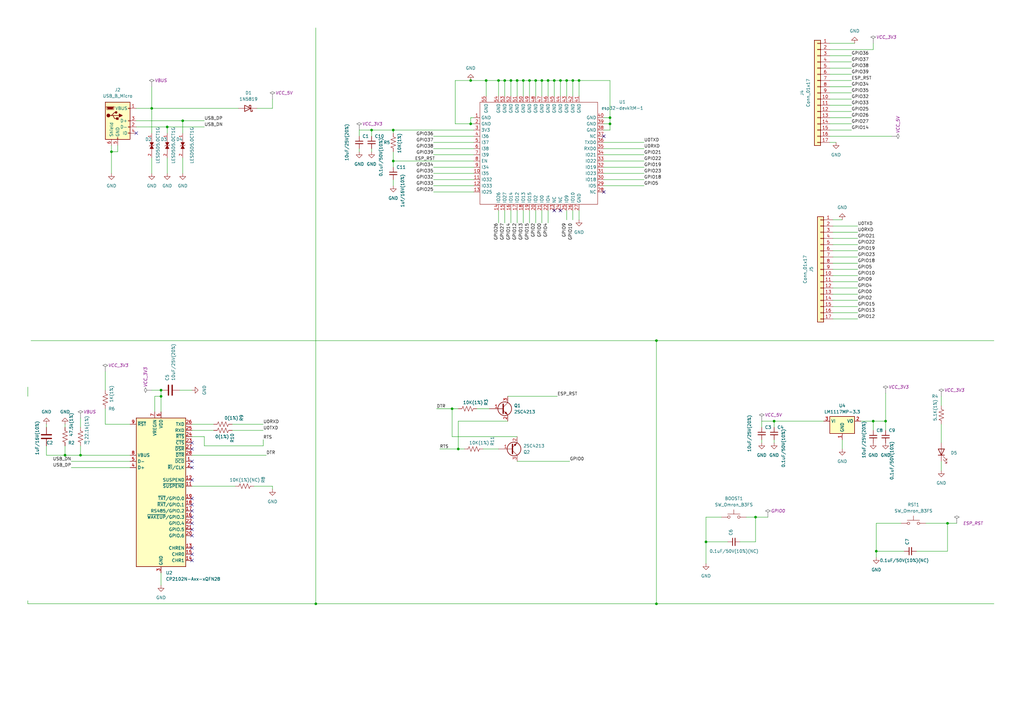
<source format=kicad_sch>
(kicad_sch (version 20230121) (generator eeschema)
  (paper "A3")
  (lib_symbols
    (symbol "Connector:USB_B_Micro" (pin_names (offset 1.016))
      (property "Reference" "J" (at -5.08 11.43 0))
      (property "Value" "USB_B_Micro" (at -5.08 8.89 0))
      (symbol "USB_B_Micro_0_1"
        (rectangle (start -5.08 -7.62) (end 5.08 7.62) (stroke (width 0.254)) (fill (type background)))
        (circle (center -3.81 2.159) (radius 0.635) (stroke (width 0.254)) (fill (type outline)))
        (circle (center -0.635 3.429) (radius 0.381) (stroke (width 0.254)) (fill (type outline)))
        (rectangle (start -0.127 -7.62) (end 0.127 -6.858))
        (polyline (pts (xy -1.905 2.159) (xy 0.635 2.159)) (stroke (width 0.254)))
        (polyline (pts (xy -3.175 2.159) (xy -2.54 2.159) (xy -1.27 3.429) (xy -0.635 3.429)) (stroke (width 0.254)))
        (polyline (pts (xy -2.54 2.159) (xy -1.905 2.159) (xy -1.27 0.889) (xy 0 0.889)) (stroke (width 0.254)))
        (polyline (pts (xy 0.635 2.794) (xy 0.635 1.524) (xy 1.905 2.159) (xy 0.635 2.794)) (stroke (width 0.254)) (fill (type outline)))
        (polyline (pts (xy -4.318 5.588) (xy -1.778 5.588) (xy -2.032 4.826) (xy -4.064 4.826) (xy -4.318 5.588)) (fill (type outline)))
        (polyline (pts (xy -4.699 5.842) (xy -4.699 5.588) (xy -4.445 4.826) (xy -4.445 4.572) (xy -1.651 4.572) (xy -1.651 4.826) (xy -1.397 5.588) (xy -1.397 5.842) (xy -4.699 5.842)))
        (rectangle (start 0.254 1.27) (end -0.508 0.508) (stroke (width 0.254)) (fill (type outline)))
        (rectangle (start 5.08 -5.207) (end 4.318 -4.953))
        (rectangle (start 5.08 -2.667) (end 4.318 -2.413))
        (rectangle (start 5.08 -0.127) (end 4.318 0.127))
        (rectangle (start 5.08 4.953) (end 4.318 5.207))
      )
      (symbol "USB_B_Micro_1_1"
        (pin power_out line (at 7.62 5.08 180) (length 2.54) (name "VBUS") (number "1"))
        (pin bidirectional line (at 7.62 -2.54 180) (length 2.54) (name "D-") (number "2"))
        (pin bidirectional line (at 7.62 0 180) (length 2.54) (name "D+") (number "3"))
        (pin passive line (at 7.62 -5.08 180) (length 2.54) (name "ID") (number "4"))
        (pin power_out line (at 0 -10.16 90) (length 2.54) (name "GND") (number "5"))
        (pin passive line (at -2.54 -10.16 90) (length 2.54) (name "Shield") (number "6"))
      )
    )
    (symbol "Connector_Generic:Conn_01x17" (pin_names (offset 1.016) hide)
      (property "Reference" "J" (at 0 22.86 0))
      (property "Value" "Conn_01x17" (at 0 -22.86 0))
      (symbol "Conn_01x17_1_1"
        (rectangle (start -1.27 -20.193) (end 0 -20.447) (stroke (width 0.1524)))
        (rectangle (start -1.27 -17.653) (end 0 -17.907) (stroke (width 0.1524)))
        (rectangle (start -1.27 -15.113) (end 0 -15.367) (stroke (width 0.1524)))
        (rectangle (start -1.27 -12.573) (end 0 -12.827) (stroke (width 0.1524)))
        (rectangle (start -1.27 -10.033) (end 0 -10.287) (stroke (width 0.1524)))
        (rectangle (start -1.27 -7.493) (end 0 -7.747) (stroke (width 0.1524)))
        (rectangle (start -1.27 -4.953) (end 0 -5.207) (stroke (width 0.1524)))
        (rectangle (start -1.27 -2.413) (end 0 -2.667) (stroke (width 0.1524)))
        (rectangle (start -1.27 0.127) (end 0 -0.127) (stroke (width 0.1524)))
        (rectangle (start -1.27 2.667) (end 0 2.413) (stroke (width 0.1524)))
        (rectangle (start -1.27 5.207) (end 0 4.953) (stroke (width 0.1524)))
        (rectangle (start -1.27 7.747) (end 0 7.493) (stroke (width 0.1524)))
        (rectangle (start -1.27 10.287) (end 0 10.033) (stroke (width 0.1524)))
        (rectangle (start -1.27 12.827) (end 0 12.573) (stroke (width 0.1524)))
        (rectangle (start -1.27 15.367) (end 0 15.113) (stroke (width 0.1524)))
        (rectangle (start -1.27 17.907) (end 0 17.653) (stroke (width 0.1524)))
        (rectangle (start -1.27 20.447) (end 0 20.193) (stroke (width 0.1524)))
        (rectangle (start -1.27 21.59) (end 1.27 -21.59) (stroke (width 0.254)) (fill (type background)))
        (pin passive line (at -5.08 20.32 0) (length 3.81) (name "Pin_1") (number "1"))
        (pin passive line (at -5.08 -2.54 0) (length 3.81) (name "Pin_10") (number "10"))
        (pin passive line (at -5.08 -5.08 0) (length 3.81) (name "Pin_11") (number "11"))
        (pin passive line (at -5.08 -7.62 0) (length 3.81) (name "Pin_12") (number "12"))
        (pin passive line (at -5.08 -10.16 0) (length 3.81) (name "Pin_13") (number "13"))
        (pin passive line (at -5.08 -12.7 0) (length 3.81) (name "Pin_14") (number "14"))
        (pin passive line (at -5.08 -15.24 0) (length 3.81) (name "Pin_15") (number "15"))
        (pin passive line (at -5.08 -17.78 0) (length 3.81) (name "Pin_16") (number "16"))
        (pin passive line (at -5.08 -20.32 0) (length 3.81) (name "Pin_17") (number "17"))
        (pin passive line (at -5.08 17.78 0) (length 3.81) (name "Pin_2") (number "2"))
        (pin passive line (at -5.08 15.24 0) (length 3.81) (name "Pin_3") (number "3"))
        (pin passive line (at -5.08 12.7 0) (length 3.81) (name "Pin_4") (number "4"))
        (pin passive line (at -5.08 10.16 0) (length 3.81) (name "Pin_5") (number "5"))
        (pin passive line (at -5.08 7.62 0) (length 3.81) (name "Pin_6") (number "6"))
        (pin passive line (at -5.08 5.08 0) (length 3.81) (name "Pin_7") (number "7"))
        (pin passive line (at -5.08 2.54 0) (length 3.81) (name "Pin_8") (number "8"))
        (pin passive line (at -5.08 0 0) (length 3.81) (name "Pin_9") (number "9"))
      )
    )
    (symbol "Device:C" (pin_numbers hide) (pin_names (offset 0.254))
      (property "Reference" "C" (at 0.635 2.54 0))
      (property "Value" "C" (at 0.635 -2.54 0))
      (symbol "C_0_1"
        (polyline (pts (xy -2.032 -0.762) (xy 2.032 -0.762)) (stroke (width 0.508)))
        (polyline (pts (xy -2.032 0.762) (xy 2.032 0.762)) (stroke (width 0.508)))
      )
      (symbol "C_1_1"
        (pin passive line (at 0 3.81 270) (length 2.794) (name "~") (number "1"))
        (pin passive line (at 0 -3.81 90) (length 2.794) (name "~") (number "2"))
      )
    )
    (symbol "Device:C_Small" (pin_numbers hide) (pin_names (offset 0.254) hide)
      (property "Reference" "C" (at 0.254 1.778 0))
      (property "Value" "C_Small" (at 0.254 -2.032 0))
      (symbol "C_Small_0_1"
        (polyline (pts (xy -1.524 -0.508) (xy 1.524 -0.508)) (stroke (width 0.3302)))
        (polyline (pts (xy -1.524 0.508) (xy 1.524 0.508)) (stroke (width 0.3048)))
      )
      (symbol "C_Small_1_1"
        (pin passive line (at 0 2.54 270) (length 2.032) (name "~") (number "1"))
        (pin passive line (at 0 -2.54 90) (length 2.032) (name "~") (number "2"))
      )
    )
    (symbol "Device:LED" (pin_numbers hide) (pin_names (offset 1.016) hide)
      (property "Reference" "D" (at 0 2.54 0))
      (property "Value" "LED" (at 0 -2.54 0))
      (symbol "LED_0_1"
        (polyline (pts (xy -1.27 -1.27) (xy -1.27 1.27)) (stroke (width 0.254)))
        (polyline (pts (xy -1.27 0) (xy 1.27 0)))
        (polyline (pts (xy 1.27 -1.27) (xy 1.27 1.27) (xy -1.27 0) (xy 1.27 -1.27)) (stroke (width 0.254)))
        (polyline (pts (xy -3.048 -0.762) (xy -4.572 -2.286) (xy -3.81 -2.286) (xy -4.572 -2.286) (xy -4.572 -1.524)))
        (polyline (pts (xy -1.778 -0.762) (xy -3.302 -2.286) (xy -2.54 -2.286) (xy -3.302 -2.286) (xy -3.302 -1.524)))
      )
      (symbol "LED_1_1"
        (pin passive line (at -3.81 0 0) (length 2.54) (name "K") (number "1"))
        (pin passive line (at 3.81 0 180) (length 2.54) (name "A") (number "2"))
      )
    )
    (symbol "Device:R_US" (pin_numbers hide) (pin_names (offset 0))
      (property "Reference" "R" (at 2.54 0 90))
      (property "Value" "R_US" (at -2.54 0 90))
      (symbol "R_US_0_1"
        (polyline (pts (xy 0 -2.286) (xy 0 -2.54)))
        (polyline (pts (xy 0 2.286) (xy 0 2.54)))
        (polyline (pts (xy 0 -0.762) (xy 1.016 -1.143) (xy 0 -1.524) (xy -1.016 -1.905) (xy 0 -2.286)))
        (polyline (pts (xy 0 0.762) (xy 1.016 0.381) (xy 0 0) (xy -1.016 -0.381) (xy 0 -0.762)))
        (polyline (pts (xy 0 2.286) (xy 1.016 1.905) (xy 0 1.524) (xy -1.016 1.143) (xy 0 0.762)))
      )
      (symbol "R_US_1_1"
        (pin passive line (at 0 3.81 270) (length 1.27) (name "~") (number "1"))
        (pin passive line (at 0 -3.81 90) (length 1.27) (name "~") (number "2"))
      )
    )
    (symbol "Diode:1N5819" (pin_numbers hide) (pin_names (offset 1.016) hide)
      (property "Reference" "D" (at 0 2.54 0))
      (property "Value" "1N5819" (at 0 -2.54 0))
      (symbol "1N5819_0_1"
        (polyline (pts (xy 1.27 0) (xy -1.27 0)))
        (polyline (pts (xy 1.27 1.27) (xy 1.27 -1.27) (xy -1.27 0) (xy 1.27 1.27)) (stroke (width 0.254)))
        (polyline (pts (xy -1.905 0.635) (xy -1.905 1.27) (xy -1.27 1.27) (xy -1.27 -1.27) (xy -0.635 -1.27) (xy -0.635 -0.635)) (stroke (width 0.254)))
      )
      (symbol "1N5819_1_1"
        (pin passive line (at -3.81 0 0) (length 2.54) (name "K") (number "1"))
        (pin passive line (at 3.81 0 180) (length 2.54) (name "A") (number "2"))
      )
    )
    (symbol "Interface_USB:CP2102N-Axx-xQFN28"
      (property "Reference" "U" (at -8.89 31.75 0))
      (property "Value" "CP2102N-Axx-xQFN28" (at 12.7 31.75 0))
      (symbol "CP2102N-Axx-xQFN28_0_1"
        (rectangle (start -10.16 30.48) (end 10.16 -30.48) (stroke (width 0.254)) (fill (type background)))
      )
      (symbol "CP2102N-Axx-xQFN28_1_1"
        (pin input line (at 12.7 12.7 180) (length 2.54) (name "~{DCD}") (number "1"))
        (pin no_connect line (at -10.16 -27.94 0) (length 2.54) hide (name "NC") (number "10"))
        (pin output line (at 12.7 2.54 180) (length 2.54) (name "~{SUSPEND}") (number "11"))
        (pin output line (at 12.7 5.08 180) (length 2.54) (name "SUSPEND") (number "12"))
        (pin output line (at 12.7 -22.86 180) (length 2.54) (name "CHREN") (number "13"))
        (pin output line (at 12.7 -27.94 180) (length 2.54) (name "CHR1") (number "14"))
        (pin output line (at 12.7 -25.4 180) (length 2.54) (name "CHR0") (number "15"))
        (pin bidirectional line (at 12.7 -10.16 180) (length 2.54) (name "~{WAKEUP}/GPIO.3") (number "16"))
        (pin bidirectional line (at 12.7 -7.62 180) (length 2.54) (name "RS485/GPIO.2") (number "17"))
        (pin bidirectional line (at 12.7 -5.08 180) (length 2.54) (name "~{RXT}/GPIO.1") (number "18"))
        (pin bidirectional line (at 12.7 -2.54 180) (length 2.54) (name "~{TXT}/GPIO.0") (number "19"))
        (pin bidirectional line (at 12.7 10.16 180) (length 2.54) (name "~{RI}/CLK") (number "2"))
        (pin bidirectional line (at 12.7 -17.78 180) (length 2.54) (name "GPIO.6") (number "20"))
        (pin bidirectional line (at 12.7 -15.24 180) (length 2.54) (name "GPIO.5") (number "21"))
        (pin bidirectional line (at 12.7 -12.7 180) (length 2.54) (name "GPIO.4") (number "22"))
        (pin input line (at 12.7 20.32 180) (length 2.54) (name "~{CTS}") (number "23"))
        (pin output line (at 12.7 22.86 180) (length 2.54) (name "~{RTS}") (number "24"))
        (pin input line (at 12.7 25.4 180) (length 2.54) (name "RXD") (number "25"))
        (pin output line (at 12.7 27.94 180) (length 2.54) (name "TXD") (number "26"))
        (pin input line (at 12.7 17.78 180) (length 2.54) (name "~{DSR}") (number "27"))
        (pin output line (at 12.7 15.24 180) (length 2.54) (name "~{DTR}") (number "28"))
        (pin passive line (at 0 -33.02 90) (length 2.54) hide (name "GND") (number "29"))
        (pin power_in line (at 0 -33.02 90) (length 2.54) (name "GND") (number "3"))
        (pin bidirectional line (at -12.7 10.16 0) (length 2.54) (name "D+") (number "4"))
        (pin bidirectional line (at -12.7 12.7 0) (length 2.54) (name "D-") (number "5"))
        (pin power_in line (at 0 33.02 270) (length 2.54) (name "VDD") (number "6"))
        (pin power_in line (at -2.54 33.02 270) (length 2.54) (name "VREGIN") (number "7"))
        (pin input line (at -12.7 15.24 0) (length 2.54) (name "VBUS") (number "8"))
        (pin input line (at -12.7 27.94 0) (length 2.54) (name "~{RST}") (number "9"))
      )
    )
    (symbol "LESD5D5.0CT1G:LESD5D5.0CT1G" (pin_names (offset 1.016))
      (property "Reference" "D" (at -5.08 2.54 0))
      (property "Value" "LESD5D5.0CT1G" (at -5.08 -5.08 0))
      (symbol "LESD5D5.0CT1G_0_0"
        (polyline (pts (xy -1.27 0) (xy -2.54 0)) (stroke (width 0.1524)))
        (polyline (pts (xy 0 -0.762) (xy -0.254 -1.016)) (stroke (width 0.1524)))
        (polyline (pts (xy 0 -0.762) (xy 0 0.762)) (stroke (width 0.1524)))
        (polyline (pts (xy 0 0.762) (xy 0.254 1.016)) (stroke (width 0.1524)))
        (polyline (pts (xy 1.27 0) (xy 2.54 0)) (stroke (width 0.1524)))
        (polyline (pts (xy 0 0) (xy -1.27 -0.762) (xy -1.27 0.762) (xy 0 0)) (stroke (width 0.1524)) (fill (type outline)))
        (polyline (pts (xy 0 0) (xy 1.27 0.762) (xy 1.27 -0.762) (xy 0 0)) (stroke (width 0.1524)) (fill (type outline)))
        (pin passive line (at -5.08 0 0) (length 2.54) (name "~") (number "1"))
        (pin passive line (at 5.08 0 180) (length 2.54) (name "~") (number "2"))
      )
    )
    (symbol "Regulator_Linear:LM1117MP-3.3"
      (property "Reference" "U" (at -3.81 3.175 0))
      (property "Value" "LM1117MP-3.3" (at 0 3.175 0))
      (symbol "LM1117MP-3.3_0_1"
        (rectangle (start -5.08 -5.08) (end 5.08 1.905) (stroke (width 0.254)) (fill (type background)))
      )
      (symbol "LM1117MP-3.3_1_1"
        (pin power_in line (at 0 -7.62 90) (length 2.54) (name "GND") (number "1"))
        (pin power_out line (at 7.62 0 180) (length 2.54) (name "VO") (number "2"))
        (pin power_in line (at -7.62 0 0) (length 2.54) (name "VI") (number "3"))
      )
    )
    (symbol "Switch:SW_Omron_B3FS" (pin_numbers hide) (pin_names (offset 1.016) hide)
      (property "Reference" "SW" (at 1.27 2.54 0))
      (property "Value" "SW_Omron_B3FS" (at 0 -1.524 0))
      (symbol "SW_Omron_B3FS_0_1"
        (circle (center -2.032 0) (radius 0.508))
        (polyline (pts (xy 0 1.27) (xy 0 3.048)))
        (polyline (pts (xy 2.54 1.27) (xy -2.54 1.27)))
        (circle (center 2.032 0) (radius 0.508))
        (pin passive line (at -5.08 0 0) (length 2.54) (name "1") (number "1"))
        (pin passive line (at 5.08 0 180) (length 2.54) (name "2") (number "2"))
      )
    )
    (symbol "Transistor_BJT:2SC4213" (pin_names (offset 0) hide)
      (property "Reference" "Q" (at 5.08 1.905 0))
      (property "Value" "2SC4213" (at 5.08 0 0))
      (symbol "2SC4213_0_1"
        (polyline (pts (xy 0.635 0.635) (xy 2.54 2.54)))
        (polyline (pts (xy 0.635 -0.635) (xy 2.54 -2.54) (xy 2.54 -2.54)))
        (polyline (pts (xy 0.635 1.905) (xy 0.635 -1.905) (xy 0.635 -1.905)) (stroke (width 0.508)))
        (polyline (pts (xy 1.27 -1.778) (xy 1.778 -1.27) (xy 2.286 -2.286) (xy 1.27 -1.778) (xy 1.27 -1.778)) (fill (type outline)))
        (circle (center 1.27 0) (radius 2.8194) (stroke (width 0.254)))
      )
      (symbol "2SC4213_1_1"
        (pin input line (at -5.08 0 0) (length 5.715) (name "B") (number "1"))
        (pin passive line (at 2.54 -5.08 90) (length 2.54) (name "E") (number "2"))
        (pin passive line (at 2.54 5.08 270) (length 2.54) (name "C") (number "3"))
      )
    )
    (symbol "esp32-devkitm-1:esp32-devkitM-1"
      (property "Reference" "U1" (at 0 1.016 0))
      (property "Value" "esp32-devkitM-1" (at 0 -1.524 0))
      (symbol "esp32-devkitM-1_0_1"
        (rectangle (start -24.13 21.59) (end 24.13 -20.32))
      )
      (symbol "esp32-devkitM-1_1_1"
        (pin output line (at -26.67 15.24 0) (length 2.54) (name "GND") (number "1"))
        (pin input line (at -26.67 -7.62 0) (length 2.54) (name "I35") (number "10"))
        (pin bidirectional line (at -26.67 -10.16 0) (length 2.54) (name "IO32") (number "11"))
        (pin bidirectional line (at -26.67 -12.7 0) (length 2.54) (name "IO33") (number "12"))
        (pin bidirectional line (at -26.67 -15.24 0) (length 2.54) (name "IO25") (number "13"))
        (pin bidirectional line (at -16.51 -22.86 90) (length 2.54) (name "IO26") (number "14"))
        (pin bidirectional line (at -13.97 -22.86 90) (length 2.54) (name "IO27") (number "15"))
        (pin bidirectional line (at -11.43 -22.86 90) (length 2.54) (name "IO14") (number "16"))
        (pin bidirectional line (at -8.89 -22.86 90) (length 2.54) (name "IO12") (number "17"))
        (pin bidirectional line (at -6.35 -22.86 90) (length 2.54) (name "IO13") (number "18"))
        (pin bidirectional line (at -3.81 -22.86 90) (length 2.54) (name "IO15") (number "19"))
        (pin output line (at -26.67 12.7 0) (length 2.54) (name "GND") (number "2"))
        (pin bidirectional line (at -1.27 -22.86 90) (length 2.54) (name "IO2") (number "20"))
        (pin bidirectional line (at 1.27 -22.86 90) (length 2.54) (name "IO0") (number "21"))
        (pin bidirectional line (at 3.81 -22.86 90) (length 2.54) (name "IO4") (number "22"))
        (pin no_connect line (at 6.35 -22.86 90) (length 2.54) (name "NC") (number "23"))
        (pin no_connect line (at 8.89 -22.86 90) (length 2.54) (name "NC") (number "24"))
        (pin bidirectional line (at 11.43 -22.86 90) (length 2.54) (name "IO9") (number "25"))
        (pin bidirectional line (at 13.97 -22.86 90) (length 2.54) (name "IO10") (number "26"))
        (pin output line (at 16.51 -22.86 90) (length 2.54) (name "GND") (number "27"))
        (pin no_connect line (at 26.67 -15.24 180) (length 2.54) (name "NC") (number "28"))
        (pin bidirectional line (at 26.67 -12.7 180) (length 2.54) (name "IO5") (number "29"))
        (pin power_in line (at -26.67 10.16 0) (length 2.54) (name "3V3") (number "3"))
        (pin bidirectional line (at 26.67 -10.16 180) (length 2.54) (name "IO18") (number "30"))
        (pin bidirectional line (at 26.67 -7.62 180) (length 2.54) (name "IO23") (number "31"))
        (pin bidirectional line (at 26.67 -5.08 180) (length 2.54) (name "IO19") (number "32"))
        (pin bidirectional line (at 26.67 -2.54 180) (length 2.54) (name "IO22") (number "33"))
        (pin bidirectional line (at 26.67 0 180) (length 2.54) (name "IO21") (number "34"))
        (pin bidirectional line (at 26.67 2.54 180) (length 2.54) (name "RXD0") (number "35"))
        (pin bidirectional line (at 26.67 5.08 180) (length 2.54) (name "TXD0") (number "36"))
        (pin no_connect line (at 26.67 7.62 180) (length 2.54) (name "NC") (number "37"))
        (pin output line (at 26.67 10.16 180) (length 2.54) (name "GND") (number "38"))
        (pin output line (at 26.67 12.7 180) (length 2.54) (name "GND") (number "39"))
        (pin input line (at -26.67 7.62 0) (length 2.54) (name "I36") (number "4"))
        (pin output line (at 26.67 15.24 180) (length 2.54) (name "GND") (number "40"))
        (pin output line (at 16.51 24.13 270) (length 2.54) (name "GND") (number "41"))
        (pin output line (at 13.97 24.13 270) (length 2.54) (name "GND") (number "42"))
        (pin output line (at 11.43 24.13 270) (length 2.54) (name "GND") (number "43"))
        (pin output line (at 8.89 24.13 270) (length 2.54) (name "GND") (number "44"))
        (pin output line (at 6.35 24.13 270) (length 2.54) (name "GND") (number "45"))
        (pin output line (at 3.81 24.13 270) (length 2.54) (name "GND") (number "46"))
        (pin output line (at 1.27 24.13 270) (length 2.54) (name "GND") (number "47"))
        (pin output line (at -1.27 24.13 270) (length 2.54) (name "GND") (number "48"))
        (pin output line (at -3.81 24.13 270) (length 2.54) (name "GND") (number "49"))
        (pin input line (at -26.67 5.08 0) (length 2.54) (name "I37") (number "5"))
        (pin output line (at -6.35 24.13 270) (length 2.54) (name "GND") (number "50"))
        (pin output line (at -8.89 24.13 270) (length 2.54) (name "GND") (number "51"))
        (pin output line (at -11.43 24.13 270) (length 2.54) (name "GND") (number "52"))
        (pin output line (at -13.97 24.13 270) (length 2.54) (name "GND") (number "53"))
        (pin output line (at -16.51 24.13 270) (length 2.54) (name "GND") (number "54"))
        (pin output line (at -21.59 24.13 270) (length 2.54) (name "GND") (number "55"))
        (pin input line (at -26.67 2.54 0) (length 2.54) (name "I38") (number "6"))
        (pin input line (at -26.67 0 0) (length 2.54) (name "I39") (number "7"))
        (pin input line (at -26.67 -2.54 0) (length 2.54) (name "EN") (number "8"))
        (pin input line (at -26.67 -5.08 0) (length 2.54) (name "I34") (number "9"))
      )
    )
    (symbol "power:GND" (power) (pin_names (offset 0))
      (property "Value" "GND" (at 0 -3.81 0))
      (symbol "GND_0_1"
        (polyline (pts (xy 0 0) (xy 0 -1.27) (xy 1.27 -1.27) (xy 0 -2.54) (xy -1.27 -1.27) (xy 0 -1.27)))
      )
      (symbol "GND_1_1"
        (pin power_in line (at 0 0 270) (length 0) hide (name "GND") (number "1"))
      )
    )
  )
  (junction (at 358.14 172.72))
  (junction (at 62.23 44.45))
  (junction (at 33.02 186.69))
  (junction (at 199.39 33.02))
  (junction (at 359.41 226.06))
  (junction (at 129.54 247.65))
  (junction (at 269.24 247.65))
  (junction (at 222.25 33.02))
  (junction (at 207.01 33.02))
  (junction (at 209.55 33.02))
  (junction (at 232.41 33.02))
  (junction (at 250.19 50.8))
  (junction (at 317.5 172.72))
  (junction (at 161.29 66.04))
  (junction (at 224.79 33.02))
  (junction (at 214.63 33.02))
  (junction (at 269.24 139.7))
  (junction (at 185.42 167.64))
  (junction (at 219.71 33.02))
  (junction (at 193.04 33.02))
  (junction (at 204.47 33.02))
  (junction (at 237.49 33.02))
  (junction (at 289.56 222.25))
  (junction (at 309.88 212.09))
  (junction (at 152.4 53.34))
  (junction (at 363.22 172.72))
  (junction (at 217.17 33.02))
  (junction (at 68.58 52.07))
  (junction (at 45.72 62.23))
  (junction (at 26.67 186.69))
  (junction (at 74.93 49.53))
  (junction (at 66.04 162.56))
  (junction (at 227.33 33.02))
  (junction (at 161.29 53.34))
  (junction (at 187.96 184.15))
  (junction (at 212.09 33.02))
  (junction (at 229.87 33.02))
  (junction (at 388.62 214.63))
  (junction (at 234.95 33.02))
  (junction (at 66.04 160.02))
  (junction (at 250.19 48.26))
  (junction (at 193.04 50.8))
  (no_connect (at 78.74 184.15))
  (no_connect (at 78.74 227.33))
  (no_connect (at 78.74 217.17))
  (no_connect (at 78.74 207.01))
  (no_connect (at 78.74 212.09))
  (no_connect (at 78.74 181.61))
  (no_connect (at 247.65 55.88))
  (no_connect (at 78.74 229.87))
  (no_connect (at 78.74 191.77))
  (no_connect (at 78.74 189.23))
  (no_connect (at 78.74 224.79))
  (no_connect (at 229.87 86.36))
  (no_connect (at 227.33 86.36))
  (no_connect (at 78.74 219.71))
  (no_connect (at 78.74 196.85))
  (no_connect (at 78.74 204.47))
  (no_connect (at 55.88 54.61))
  (no_connect (at 78.74 214.63))
  (no_connect (at 78.74 209.55))
  (no_connect (at 247.65 78.74))
  (wire (pts (xy 392.43 214.63) (xy 388.62 214.63)))
  (wire (pts (xy 234.95 33.02) (xy 234.95 39.37)))
  (wire (pts (xy 207.01 86.36) (xy 207.01 91.44)))
  (wire (pts (xy 33.02 186.69) (xy 53.34 186.69)))
  (wire (pts (xy 111.76 40.64) (xy 111.76 44.45)))
  (wire (pts (xy 147.32 55.88) (xy 147.32 53.34)))
  (wire (pts (xy 194.31 58.42) (xy 177.8 58.42)))
  (wire (pts (xy 269.24 247.65) (xy 407.67 247.65)))
  (wire (pts (xy 129.54 11.43) (xy 129.54 247.65)))
  (wire (pts (xy 74.93 64.77) (xy 74.93 71.12)))
  (wire (pts (xy 341.63 107.95) (xy 351.79 107.95)))
  (wire (pts (xy 53.34 191.77) (xy 29.21 191.77)))
  (wire (pts (xy 194.31 50.8) (xy 193.04 50.8)))
  (wire (pts (xy 341.63 130.81) (xy 351.79 130.81)))
  (wire (pts (xy 227.33 33.02) (xy 224.79 33.02)))
  (wire (pts (xy 66.04 234.95) (xy 66.04 240.03)))
  (wire (pts (xy 388.62 226.06) (xy 388.62 214.63)))
  (wire (pts (xy 340.36 50.8) (xy 349.25 50.8)))
  (wire (pts (xy 224.79 33.02) (xy 224.79 39.37)))
  (wire (pts (xy 107.95 182.88) (xy 107.95 180.34)))
  (wire (pts (xy 62.23 44.45) (xy 97.79 44.45)))
  (wire (pts (xy 83.82 182.88) (xy 107.95 182.88)))
  (wire (pts (xy 161.29 66.04) (xy 161.29 68.58)))
  (wire (pts (xy 45.72 62.23) (xy 45.72 71.12)))
  (wire (pts (xy 219.71 33.02) (xy 219.71 39.37)))
  (wire (pts (xy 29.21 189.23) (xy 53.34 189.23)))
  (wire (pts (xy 309.88 212.09) (xy 314.96 212.09)))
  (wire (pts (xy 177.8 76.2) (xy 194.31 76.2)))
  (wire (pts (xy 147.32 62.23) (xy 147.32 60.96)))
  (wire (pts (xy 62.23 160.02) (xy 66.04 160.02)))
  (wire (pts (xy 11.43 247.65) (xy 129.54 247.65)))
  (wire (pts (xy 358.14 17.78) (xy 358.14 20.32)))
  (wire (pts (xy 407.67 139.7) (xy 269.24 139.7)))
  (wire (pts (xy 78.74 173.99) (xy 87.63 173.99)))
  (wire (pts (xy 177.8 78.74) (xy 194.31 78.74)))
  (wire (pts (xy 33.02 186.69) (xy 26.67 186.69)))
  (wire (pts (xy 214.63 33.02) (xy 212.09 33.02)))
  (wire (pts (xy 224.79 86.36) (xy 224.79 91.44)))
  (wire (pts (xy 217.17 33.02) (xy 214.63 33.02)))
  (wire (pts (xy 222.25 86.36) (xy 222.25 91.44)))
  (wire (pts (xy 386.08 162.56) (xy 386.08 166.37)))
  (wire (pts (xy 152.4 60.96) (xy 152.4 62.23)))
  (wire (pts (xy 62.23 35.56) (xy 62.23 44.45)))
  (wire (pts (xy 227.33 33.02) (xy 227.33 39.37)))
  (wire (pts (xy 26.67 173.99) (xy 26.67 175.26)))
  (wire (pts (xy 358.14 172.72) (xy 353.06 172.72)))
  (wire (pts (xy 309.88 222.25) (xy 303.53 222.25)))
  (wire (pts (xy 214.63 33.02) (xy 214.63 39.37)))
  (wire (pts (xy 340.36 40.64) (xy 349.25 40.64)))
  (wire (pts (xy 187.96 172.72) (xy 187.96 184.15)))
  (wire (pts (xy 341.63 102.87) (xy 351.79 102.87)))
  (wire (pts (xy 33.02 171.45) (xy 33.02 175.26)))
  (wire (pts (xy 247.65 71.12) (xy 264.16 71.12)))
  (wire (pts (xy 78.74 186.69) (xy 109.22 186.69)))
  (wire (pts (xy 217.17 33.02) (xy 217.17 39.37)))
  (wire (pts (xy 340.36 45.72) (xy 349.25 45.72)))
  (wire (pts (xy 214.63 86.36) (xy 214.63 91.44)))
  (wire (pts (xy 204.47 33.02) (xy 199.39 33.02)))
  (wire (pts (xy 177.8 71.12) (xy 194.31 71.12)))
  (wire (pts (xy 341.63 115.57) (xy 351.79 115.57)))
  (wire (pts (xy 340.36 55.88) (xy 365.76 55.88)))
  (wire (pts (xy 209.55 33.02) (xy 209.55 39.37)))
  (wire (pts (xy 341.63 120.65) (xy 351.79 120.65)))
  (wire (pts (xy 45.72 59.69) (xy 45.72 62.23)))
  (wire (pts (xy 161.29 73.66) (xy 161.29 76.2)))
  (wire (pts (xy 208.28 172.72) (xy 187.96 172.72)))
  (wire (pts (xy 161.29 53.34) (xy 194.31 53.34)))
  (wire (pts (xy 43.18 152.4) (xy 43.18 160.02)))
  (wire (pts (xy 26.67 182.88) (xy 26.67 186.69)))
  (wire (pts (xy 312.42 181.61) (xy 312.42 180.34)))
  (wire (pts (xy 247.65 76.2) (xy 264.16 76.2)))
  (wire (pts (xy 340.36 17.78) (xy 350.52 17.78)))
  (wire (pts (xy 341.63 90.17) (xy 345.44 90.17)))
  (wire (pts (xy 48.26 59.69) (xy 48.26 62.23)))
  (wire (pts (xy 78.74 179.07) (xy 83.82 179.07)))
  (wire (pts (xy 83.82 179.07) (xy 83.82 182.88)))
  (wire (pts (xy 359.41 226.06) (xy 359.41 228.6)))
  (wire (pts (xy 199.39 39.37) (xy 199.39 33.02)))
  (wire (pts (xy 232.41 86.36) (xy 232.41 90.17)))
  (wire (pts (xy 250.19 48.26) (xy 250.19 33.02)))
  (wire (pts (xy 195.58 167.64) (xy 200.66 167.64)))
  (wire (pts (xy 212.09 33.02) (xy 212.09 39.37)))
  (wire (pts (xy 68.58 54.61) (xy 68.58 52.07)))
  (wire (pts (xy 341.63 125.73) (xy 351.79 125.73)))
  (wire (pts (xy 11.43 247.65) (xy 11.43 246.38)))
  (wire (pts (xy 247.65 73.66) (xy 264.16 73.66)))
  (wire (pts (xy 62.23 44.45) (xy 62.23 54.61)))
  (wire (pts (xy 229.87 33.02) (xy 229.87 39.37)))
  (wire (pts (xy 388.62 214.63) (xy 379.73 214.63)))
  (wire (pts (xy 193.04 50.8) (xy 186.69 50.8)))
  (wire (pts (xy 186.69 33.02) (xy 193.04 33.02)))
  (wire (pts (xy 250.19 53.34) (xy 247.65 53.34)))
  (wire (pts (xy 229.87 33.02) (xy 227.33 33.02)))
  (wire (pts (xy 247.65 63.5) (xy 264.16 63.5)))
  (wire (pts (xy 66.04 160.02) (xy 66.04 162.56)))
  (wire (pts (xy 359.41 214.63) (xy 359.41 226.06)))
  (wire (pts (xy 358.14 176.53) (xy 358.14 172.72)))
  (wire (pts (xy 237.49 33.02) (xy 237.49 39.37)))
  (wire (pts (xy 83.82 52.07) (xy 68.58 52.07)))
  (wire (pts (xy 55.88 49.53) (xy 74.93 49.53)))
  (wire (pts (xy 341.63 110.49) (xy 351.79 110.49)))
  (wire (pts (xy 66.04 162.56) (xy 66.04 168.91)))
  (wire (pts (xy 177.8 73.66) (xy 194.31 73.66)))
  (wire (pts (xy 33.02 182.88) (xy 33.02 186.69)))
  (wire (pts (xy 68.58 52.07) (xy 55.88 52.07)))
  (wire (pts (xy 317.5 180.34) (xy 317.5 181.61)))
  (wire (pts (xy 269.24 139.7) (xy 12.7 139.7)))
  (wire (pts (xy 161.29 53.34) (xy 161.29 54.61)))
  (wire (pts (xy 289.56 231.14) (xy 289.56 222.25)))
  (wire (pts (xy 341.63 105.41) (xy 351.79 105.41)))
  (wire (pts (xy 363.22 176.53) (xy 363.22 172.72)))
  (wire (pts (xy 62.23 64.77) (xy 62.23 71.12)))
  (wire (pts (xy 341.63 95.25) (xy 351.79 95.25)))
  (wire (pts (xy 207.01 33.02) (xy 204.47 33.02)))
  (wire (pts (xy 250.19 48.26) (xy 247.65 48.26)))
  (wire (pts (xy 107.95 173.99) (xy 95.25 173.99)))
  (wire (pts (xy 340.36 35.56) (xy 349.25 35.56)))
  (wire (pts (xy 78.74 199.39) (xy 96.52 199.39)))
  (wire (pts (xy 152.4 53.34) (xy 161.29 53.34)))
  (wire (pts (xy 341.63 123.19) (xy 351.79 123.19)))
  (wire (pts (xy 317.5 172.72) (xy 317.5 175.26)))
  (wire (pts (xy 111.76 200.66) (xy 111.76 199.39)))
  (wire (pts (xy 312.42 172.72) (xy 317.5 172.72)))
  (wire (pts (xy 340.36 38.1) (xy 349.25 38.1)))
  (wire (pts (xy 340.36 33.02) (xy 349.25 33.02)))
  (wire (pts (xy 212.09 33.02) (xy 209.55 33.02)))
  (wire (pts (xy 43.18 173.99) (xy 53.34 173.99)))
  (wire (pts (xy 19.05 173.99) (xy 19.05 175.26)))
  (wire (pts (xy 289.56 222.25) (xy 298.45 222.25)))
  (wire (pts (xy 152.4 53.34) (xy 152.4 55.88)))
  (wire (pts (xy 212.09 86.36) (xy 212.09 91.44)))
  (wire (pts (xy 48.26 62.23) (xy 45.72 62.23)))
  (wire (pts (xy 199.39 33.02) (xy 193.04 33.02)))
  (wire (pts (xy 224.79 33.02) (xy 222.25 33.02)))
  (wire (pts (xy 234.95 33.02) (xy 232.41 33.02)))
  (wire (pts (xy 340.36 20.32) (xy 358.14 20.32)))
  (wire (pts (xy 341.63 92.71) (xy 351.79 92.71)))
  (wire (pts (xy 95.25 176.53) (xy 107.95 176.53)))
  (wire (pts (xy 177.8 68.58) (xy 194.31 68.58)))
  (wire (pts (xy 190.5 184.15) (xy 187.96 184.15)))
  (wire (pts (xy 185.42 179.07) (xy 185.42 167.64)))
  (wire (pts (xy 212.09 189.23) (xy 233.68 189.23)))
  (wire (pts (xy 386.08 189.23) (xy 386.08 193.04)))
  (wire (pts (xy 250.19 33.02) (xy 237.49 33.02)))
  (wire (pts (xy 111.76 44.45) (xy 105.41 44.45)))
  (wire (pts (xy 247.65 68.58) (xy 264.16 68.58)))
  (wire (pts (xy 43.18 167.64) (xy 43.18 173.99)))
  (wire (pts (xy 161.29 66.04) (xy 194.31 66.04)))
  (wire (pts (xy 269.24 139.7) (xy 269.24 247.65)))
  (wire (pts (xy 341.63 113.03) (xy 351.79 113.03)))
  (wire (pts (xy 363.22 161.29) (xy 363.22 172.72)))
  (wire (pts (xy 359.41 226.06) (xy 370.84 226.06)))
  (wire (pts (xy 204.47 33.02) (xy 204.47 39.37)))
  (wire (pts (xy 217.17 86.36) (xy 217.17 91.44)))
  (wire (pts (xy 63.5 162.56) (xy 66.04 162.56)))
  (wire (pts (xy 111.76 199.39) (xy 104.14 199.39)))
  (wire (pts (xy 340.36 43.18) (xy 349.25 43.18)))
  (wire (pts (xy 185.42 167.64) (xy 187.96 167.64)))
  (wire (pts (xy 73.66 160.02) (xy 78.74 160.02)))
  (wire (pts (xy 289.56 212.09) (xy 289.56 222.25)))
  (wire (pts (xy 386.08 173.99) (xy 386.08 181.61)))
  (wire (pts (xy 26.67 186.69) (xy 19.05 186.69)))
  (wire (pts (xy 340.36 30.48) (xy 349.25 30.48)))
  (wire (pts (xy 340.36 58.42) (xy 342.9 58.42)))
  (wire (pts (xy 209.55 86.36) (xy 209.55 91.44)))
  (wire (pts (xy 341.63 100.33) (xy 351.79 100.33)))
  (wire (pts (xy 204.47 86.36) (xy 204.47 91.44)))
  (wire (pts (xy 187.96 184.15) (xy 180.34 184.15)))
  (wire (pts (xy 375.92 226.06) (xy 388.62 226.06)))
  (wire (pts (xy 177.8 55.88) (xy 194.31 55.88)))
  (wire (pts (xy 208.28 162.56) (xy 228.6 162.56)))
  (wire (pts (xy 147.32 53.34) (xy 152.4 53.34)))
  (wire (pts (xy 219.71 33.02) (xy 217.17 33.02)))
  (wire (pts (xy 55.88 44.45) (xy 62.23 44.45)))
  (wire (pts (xy 340.36 27.94) (xy 349.25 27.94)))
  (wire (pts (xy 83.82 49.53) (xy 74.93 49.53)))
  (wire (pts (xy 219.71 86.36) (xy 219.71 91.44)))
  (wire (pts (xy 340.36 53.34) (xy 349.25 53.34)))
  (wire (pts (xy 340.36 22.86) (xy 349.25 22.86)))
  (wire (pts (xy 207.01 33.02) (xy 207.01 39.37)))
  (wire (pts (xy 247.65 66.04) (xy 264.16 66.04)))
  (wire (pts (xy 179.07 167.64) (xy 185.42 167.64)))
  (wire (pts (xy 194.31 48.26) (xy 193.04 48.26)))
  (wire (pts (xy 309.88 212.09) (xy 309.88 222.25)))
  (wire (pts (xy 247.65 60.96) (xy 264.16 60.96)))
  (wire (pts (xy 340.36 25.4) (xy 349.25 25.4)))
  (wire (pts (xy 74.93 49.53) (xy 74.93 54.61)))
  (wire (pts (xy 161.29 62.23) (xy 161.29 66.04)))
  (wire (pts (xy 68.58 64.77) (xy 68.58 71.12)))
  (wire (pts (xy 250.19 50.8) (xy 247.65 50.8)))
  (wire (pts (xy 177.8 63.5) (xy 194.31 63.5)))
  (wire (pts (xy 232.41 33.02) (xy 232.41 39.37)))
  (wire (pts (xy 340.36 48.26) (xy 349.25 48.26)))
  (wire (pts (xy 193.04 48.26) (xy 193.04 50.8)))
  (wire (pts (xy 341.63 128.27) (xy 351.79 128.27)))
  (wire (pts (xy 341.63 97.79) (xy 351.79 97.79)))
  (wire (pts (xy 212.09 179.07) (xy 185.42 179.07)))
  (wire (pts (xy 247.65 58.42) (xy 264.16 58.42)))
  (wire (pts (xy 198.12 184.15) (xy 204.47 184.15)))
  (wire (pts (xy 345.44 180.34) (xy 345.44 184.15)))
  (wire (pts (xy 129.54 247.65) (xy 269.24 247.65)))
  (wire (pts (xy 234.95 86.36) (xy 234.95 90.17)))
  (wire (pts (xy 177.8 60.96) (xy 194.31 60.96)))
  (wire (pts (xy 369.57 214.63) (xy 359.41 214.63)))
  (wire (pts (xy 317.5 172.72) (xy 337.82 172.72)))
  (wire (pts (xy 63.5 168.91) (xy 63.5 162.56)))
  (wire (pts (xy 209.55 33.02) (xy 207.01 33.02)))
  (wire (pts (xy 237.49 90.17) (xy 237.49 86.36)))
  (wire (pts (xy 250.19 50.8) (xy 250.19 48.26)))
  (wire (pts (xy 341.63 118.11) (xy 351.79 118.11)))
  (wire (pts (xy 306.07 212.09) (xy 309.88 212.09)))
  (wire (pts (xy 222.25 33.02) (xy 219.71 33.02)))
  (wire (pts (xy 222.25 33.02) (xy 222.25 39.37)))
  (wire (pts (xy 250.19 53.34) (xy 250.19 50.8)))
  (wire (pts (xy 11.43 158.75) (xy 11.43 162.56)))
  (wire (pts (xy 186.69 50.8) (xy 186.69 33.02)))
  (wire (pts (xy 19.05 186.69) (xy 19.05 182.88)))
  (wire (pts (xy 78.74 176.53) (xy 87.63 176.53)))
  (wire (pts (xy 295.91 212.09) (xy 289.56 212.09)))
  (wire (pts (xy 358.14 172.72) (xy 363.22 172.72)))
  (wire (pts (xy 312.42 175.26) (xy 312.42 172.72)))
  (wire (pts (xy 237.49 33.02) (xy 234.95 33.02)))
  (wire (pts (xy 232.41 33.02) (xy 229.87 33.02)))
  (label "GPIO19" (at 264.16 68.58 0))
  (label "GPIO33" (at 177.8 76.2 180))
  (label "GPIO18" (at 264.16 73.66 0))
  (label "GPIO27" (at 207.01 91.44 270))
  (label "GPIO0" (at 351.79 120.65 0))
  (label "GPIO26" (at 349.25 48.26 0))
  (label "GPIO37" (at 177.8 58.42 180))
  (label "USB_DP" (at 29.21 191.77 180))
  (label "GPIO2" (at 351.79 123.19 0))
  (label "GPIO12" (at 212.09 91.44 270))
  (label "DTR" (at 179.07 167.64 0))
  (label "GPIO39" (at 349.25 30.48 0))
  (label "GPIO33" (at 349.25 43.18 0))
  (label "DTR" (at 109.22 186.69 0))
  (label "GPIO9" (at 232.41 91.44 270))
  (label "U0RXD" (at 107.95 173.99 0))
  (label "GPIO27" (at 349.25 50.8 0))
  (label "GPIO0" (at 222.25 91.44 270))
  (label "GPIO34" (at 177.8 68.58 180))
  (label "GPIO18" (at 351.79 107.95 0))
  (label "GPIO15" (at 217.17 91.44 270))
  (label "GPIO15" (at 351.79 125.73 0))
  (label "U0TXD" (at 351.79 92.71 0))
  (label "GPIO22" (at 264.16 66.04 0))
  (label "GPIO25" (at 349.25 45.72 0))
  (label "GPIO14" (at 209.55 91.44 270))
  (label "GPIO5" (at 351.79 110.49 0))
  (label "GPIO10" (at 351.79 113.03 0))
  (label "GPIO38" (at 177.8 60.96 180))
  (label "GPIO10" (at 234.95 91.44 270))
  (label "USB_DP" (at 83.82 49.53 0))
  (label "GPIO39" (at 177.8 63.5 180))
  (label "RTS" (at 180.34 184.15 0))
  (label "GPIO0" (at 233.68 189.23 0))
  (label "GPIO36" (at 177.8 55.88 180))
  (label "GPIO25" (at 177.8 78.74 180))
  (label "GPIO38" (at 349.25 27.94 0))
  (label "GPIO9" (at 351.79 115.57 0))
  (label "GPIO35" (at 349.25 38.1 0))
  (label "GPIO19" (at 351.79 102.87 0))
  (label "GPIO21" (at 351.79 97.79 0))
  (label "GPIO13" (at 351.79 128.27 0))
  (label "ESP_RST" (at 228.6 162.56 0))
  (label "U0RXD" (at 351.79 95.25 0))
  (label "ESP_RST" (at 349.25 33.02 0))
  (label "GPIO34" (at 349.25 35.56 0))
  (label "ESP_RST" (at 170.18 66.04 0))
  (label "U0TXD" (at 107.95 176.53 0))
  (label "GPIO2" (at 219.71 91.44 270))
  (label "GPIO13" (at 214.63 91.44 270))
  (label "USB_DN" (at 29.21 189.23 180))
  (label "GPIO22" (at 351.79 100.33 0))
  (label "GPIO4" (at 224.79 91.44 270))
  (label "GPIO5" (at 264.16 76.2 0))
  (label "RTS" (at 107.95 180.34 0))
  (label "GPIO4" (at 351.79 118.11 0))
  (label "GPIO26" (at 204.47 91.44 270))
  (label "GPIO36" (at 349.25 22.86 0))
  (label "GPIO12" (at 351.79 130.81 0))
  (label "USB_DN" (at 83.82 52.07 0))
  (label "GPIO14" (at 349.25 53.34 0))
  (label "GPIO21" (at 264.16 63.5 0))
  (label "GPIO37" (at 349.25 25.4 0))
  (label "GPIO32" (at 177.8 73.66 180))
  (label "GPIO35" (at 177.8 71.12 180))
  (label "GPIO23" (at 264.16 71.12 0))
  (label "U0TXD" (at 264.16 58.42 0))
  (label "GPIO32" (at 349.25 40.64 0))
  (label "GPIO23" (at 351.79 105.41 0))
  (label "U0RXD" (at 264.16 60.96 0))
  (netclass_flag "" (length 2.54) (shape diamond) (at 386.08 162.56 0) (property "Netclass" "VCC_3V3" (at 387.2865 160.02 0) (effects (font italic) (justify left))))
  (netclass_flag "" (length 2.54) (shape diamond) (at 62.23 160.02 90) (property "Netclass" "VCC_3V3" (at 59.69 158.8135 90) (effects (font italic) (justify left))))
  (netclass_flag "" (length 2.54) (shape diamond) (at 314.96 212.09 0) (property "Netclass" "GPIO0" (at 316.1665 209.55 0) (effects (font italic) (justify left))))
  (netclass_flag "" (length 2.54) (shape diamond) (at 33.02 171.45 0) (property "Netclass" "VBUS" (at 34.2265 168.91 0) (effects (font italic) (justify left))))
  (netclass_flag "" (length 2.54) (shape diamond) (at 43.18 152.4 0) (property "Netclass" "VCC_3V3" (at 44.3865 149.86 0) (effects (font italic) (justify left))))
  (netclass_flag "" (length 2.54) (shape diamond) (at 392.43 214.63 0) (property "Netclass" "ESP_RST" (at 394.97 214.63 0) (effects (font italic) (justify left))))
  (netclass_flag "" (length 2.54) (shape diamond) (at 62.23 35.56 0) (property "Netclass" "VBUS" (at 63.4365 33.02 0) (effects (font italic) (justify left))))
  (netclass_flag "" (length 2.54) (shape diamond) (at 365.76 55.88 270) (property "Netclass" "VCC_5V" (at 368.3 54.6735 90) (effects (font italic) (justify left))))
  (netclass_flag "" (length 2.54) (shape diamond) (at 358.14 17.78 0) (property "Netclass" "VCC_3V3" (at 359.3465 15.24 0) (effects (font italic) (justify left))))
  (netclass_flag "" (length 2.54) (shape diamond) (at 312.42 172.72 0) (property "Netclass" "VCC_5V" (at 313.6265 170.18 0) (effects (font italic) (justify left))))
  (netclass_flag "" (length 2.54) (shape diamond) (at 363.22 161.29 0) (property "Netclass" "VCC_3V3" (at 364.4265 158.75 0) (effects (font italic) (justify left))))
  (netclass_flag "" (length 2.54) (shape diamond) (at 147.32 53.34 0) (property "Netclass" "VCC_3V3" (at 148.5265 50.8 0) (effects (font italic) (justify left))))
  (netclass_flag "" (length 2.54) (shape diamond) (at 111.76 40.64 0) (property "Netclass" "VCC_5V" (at 112.9665 38.1 0) (effects (font italic) (justify left))))
  (symbol (lib_id "Device:C_Small") (at 161.29 71.12 0) (unit 1)
    (property "Reference" "C11" (at 162.56 68.58 0) (effects (justify left)))
    (property "Value" "1uf/16V(10%)" (at 165.1 85.09 90) (effects (justify left)))
    (property "Footprint" "Capacitor_SMD:C_0805_2012Metric_Pad1.18x1.45mm_HandSolder" (effects hide))
  )
  (symbol (lib_id "Device:C_Small") (at 152.4 58.42 0) (unit 1)
    (property "Reference" "C10" (at 153.67 55.88 0) (effects (justify left)))
    (property "Value" "0.1uF/50V(10%)" (at 156.21 72.39 90) (effects (justify left)))
    (property "Footprint" "Capacitor_SMD:C_0805_2012Metric_Pad1.18x1.45mm_HandSolder" (effects hide))
  )
  (symbol (lib_id "Connector:USB_B_Micro") (at 48.26 49.53 0) (unit 1)
    (property "Reference" "J2" (at 48.26 36.83 0))
    (property "Value" "USB_B_Micro" (at 48.26 39.37 0))
    (property "Footprint" "Connector_USB:USB_Micro-B_Wuerth_629105150521" (effects hide))
  )
  (symbol (lib_id "Switch:SW_Omron_B3FS") (at 300.99 212.09 0) (unit 1)
    (property "Reference" "BOOST1" (at 300.99 204.47 0))
    (property "Value" "SW_Omron_B3FS" (at 300.99 207.01 0))
    (property "Footprint" "Button_Switch_SMD:SW_SPST_PTS810" (effects hide))
    (property "Datasheet" "https://omronfs.omron.com/en_US/ecb/products/pdf/en-b3fs.pdf" (effects hide))
  )
  (symbol (lib_id "power:GND") (at 62.23 71.12 0) (unit 1)
    (property "Reference" "#PWR019" (effects hide))
    (property "Value" "GND" (at 62.23 76.2 0))
  )
  (symbol (lib_id "Device:C_Small") (at 312.42 177.8 0) (unit 1)
    (property "Reference" "C3" (at 313.69 175.26 0) (effects (justify left)))
    (property "Value" "10uF/25V(20%)" (at 307.34 185.42 90) (effects (justify left)))
    (property "Footprint" "Capacitor_SMD:C_0805_2012Metric_Pad1.18x1.45mm_HandSolder" (effects hide))
  )
  (symbol (lib_id "Device:R_US") (at 161.29 58.42 0) (unit 1)
    (property "Reference" "R5" (at 160.02 58.42 0) (effects (justify right)))
    (property "Value" "10K(1%)" (at 163.83 54.61 90) (effects (justify right)))
    (property "Footprint" "Resistor_SMD:R_0603_1608Metric_Pad0.98x0.95mm_HandSolder" (effects hide))
  )
  (symbol (lib_id "power:GND") (at 147.32 62.23 0) (unit 1)
    (property "Reference" "#PWR017" (effects hide))
    (property "Value" "GND" (at 147.32 67.31 0))
  )
  (symbol (lib_id "Device:R_US") (at 194.31 184.15 270) (unit 1)
    (property "Reference" "R11" (at 201.93 182.88 0) (effects (justify right)))
    (property "Value" "10K(1%)" (at 200.66 181.61 90) (effects (justify right)))
    (property "Footprint" "Resistor_SMD:R_0603_1608Metric_Pad0.98x0.95mm_HandSolder" (effects hide))
  )
  (symbol (lib_id "Device:C_Small") (at 373.38 226.06 90) (unit 1)
    (property "Reference" "C7" (at 372.1163 223.52 0) (effects (justify left)))
    (property "Value" "0.1uF/50V(10%)(NC)" (at 381 229.87 90) (effects (justify left)))
    (property "Footprint" "Capacitor_SMD:C_0805_2012Metric_Pad1.18x1.45mm_HandSolder" (effects hide))
  )
  (symbol (lib_id "power:GND") (at 237.49 90.17 0) (unit 1)
    (property "Reference" "#PWR013" (effects hide))
    (property "Value" "GND" (at 237.49 95.25 0))
  )
  (symbol (lib_id "power:GND") (at 26.67 173.99 180) (unit 1)
    (property "Reference" "#PWR024" (effects hide))
    (property "Value" "GND" (at 26.67 168.91 0))
  )
  (symbol (lib_id "Device:C") (at 19.05 179.07 0) (unit 1)
    (property "Reference" "C2" (at 19.05 181.61 0) (effects (justify left)))
    (property "Value" "1uF/16V(10%)" (at 15.24 186.69 90) (effects (justify left)))
    (property "Footprint" "Capacitor_SMD:C_0805_2012Metric_Pad1.18x1.45mm_HandSolder" (effects hide))
  )
  (symbol (lib_id "Interface_USB:CP2102N-Axx-xQFN28") (at 66.04 201.93 0) (unit 1)
    (property "Reference" "U2" (at 67.9959 234.95 0) (effects (justify left)))
    (property "Value" "CP2102N-Axx-xQFN28" (at 67.9959 237.49 0) (effects (justify left)))
    (property "Footprint" "Package_DFN_QFN:QFN-28-1EP_5x5mm_P0.5mm_EP3.35x3.35mm" (effects hide))
    (property "Datasheet" "https://www.silabs.com/documents/public/data-sheets/cp2102n-datasheet.pdf" (effects hide))
  )
  (symbol (lib_id "Device:C_Small") (at 358.14 179.07 0) (unit 1)
    (property "Reference" "C8" (at 359.41 176.53 0) (effects (justify left)))
    (property "Value" "10uF/25V(20%)" (at 354.33 187.96 90) (effects (justify left)))
    (property "Footprint" "Capacitor_SMD:C_0805_2012Metric_Pad1.18x1.45mm_HandSolder" (effects hide))
  )
  (symbol (lib_id "Device:R_US") (at 26.67 179.07 0) (unit 1)
    (property "Reference" "R2" (at 27.94 181.61 0) (effects (justify left)))
    (property "Value" "47.5k(1%)" (at 29.21 179.07 90) (effects (justify left)))
    (property "Footprint" "Resistor_SMD:R_0603_1608Metric_Pad0.98x0.95mm_HandSolder" (effects hide))
  )
  (symbol (lib_id "Device:R_US") (at 191.77 167.64 270) (unit 1)
    (property "Reference" "R3" (at 199.39 166.37 0) (effects (justify right)))
    (property "Value" "10K(1%)" (at 198.12 165.1 90) (effects (justify right)))
    (property "Footprint" "Resistor_SMD:R_0603_1608Metric_Pad0.98x0.95mm_HandSolder" (effects hide))
  )
  (symbol (lib_id "power:GND") (at 66.04 240.03 0) (unit 1)
    (property "Reference" "#PWR01" (effects hide))
    (property "Value" "GND" (at 66.04 245.11 0))
  )
  (symbol (lib_id "LESD5D5.0CT1G:LESD5D5.0CT1G") (at 62.23 59.69 90) (mirror x) (unit 1)
    (property "Reference" "D2" (at 62.23 57.15 90) (effects (justify left)))
    (property "Value" "LESD5D5.0CT1G" (at 64.77 52.07 0) (effects (justify left)))
    (property "Footprint" "LESD5D5.0CT1G:TVS_LESD5D5.0CT1G" (effects hide))
    (property "PARTREV" "O" (effects hide))
    (property "MANUFACTURER" "LRC" (effects hide))
    (property "MAXIMUM_PACKAGE_HEIGHT" "0.7 mm" (effects hide))
    (property "STANDARD" "Manufacturer Recommendations" (effects hide))
  )
  (symbol (lib_id "LESD5D5.0CT1G:LESD5D5.0CT1G") (at 68.58 59.69 90) (mirror x) (unit 1)
    (property "Reference" "D3" (at 68.58 57.15 90) (effects (justify left)))
    (property "Value" "LESD5D5.0CT1G" (at 71.12 52.07 0) (effects (justify left)))
    (property "Footprint" "LESD5D5.0CT1G:TVS_LESD5D5.0CT1G" (effects hide))
    (property "PARTREV" "O" (effects hide))
    (property "MANUFACTURER" "LRC" (effects hide))
    (property "MAXIMUM_PACKAGE_HEIGHT" "0.7 mm" (effects hide))
    (property "STANDARD" "Manufacturer Recommendations" (effects hide))
  )
  (symbol (lib_id "LESD5D5.0CT1G:LESD5D5.0CT1G") (at 74.93 59.69 90) (mirror x) (unit 1)
    (property "Reference" "D4" (at 74.93 57.15 90) (effects (justify left)))
    (property "Value" "LESD5D5.0CT1G" (at 78.74 52.07 0) (effects (justify left)))
    (property "Footprint" "LESD5D5.0CT1G:TVS_LESD5D5.0CT1G" (effects hide))
    (property "PARTREV" "O" (effects hide))
    (property "MANUFACTURER" "LRC" (effects hide))
    (property "MAXIMUM_PACKAGE_HEIGHT" "0.7 mm" (effects hide))
    (property "STANDARD" "Manufacturer Recommendations" (effects hide))
  )
  (symbol (lib_id "Device:R_US") (at 43.18 163.83 180) (unit 1)
    (property "Reference" "R6" (at 44.45 167.64 0) (effects (justify right)))
    (property "Value" "1K(1%)" (at 45.72 165.1 90) (effects (justify right)))
    (property "Footprint" "Resistor_SMD:R_0603_1608Metric_Pad0.98x0.95mm_HandSolder" (effects hide))
  )
  (symbol (lib_id "esp32-devkitm-1:esp32-devkitM-1") (at 220.98 63.5 0) (unit 1)
    (property "Reference" "U1" (at 255.27 41.8083 0))
    (property "Value" "esp32-devkitM-1" (at 255.27 44.3483 0))
    (property "Footprint" "ESP32:MODULE_ESP32-MINI-1U-N4" (effects hide))
  )
  (symbol (lib_id "Connector_Generic:Conn_01x17") (at 335.28 38.1 0) (mirror y) (unit 1)
    (property "Reference" "J4" (at 328.93 38.1 90))
    (property "Value" "Conn_01x17" (at 331.47 38.1 90))
    (property "Footprint" "Connector_PinHeader_2.54mm:PinHeader_1x17_P2.54mm_Vertical" (effects hide))
  )
  (symbol (lib_id "power:GND") (at 19.05 173.99 180) (unit 1)
    (property "Reference" "#PWR02" (effects hide))
    (property "Value" "GND" (at 19.05 168.91 0))
  )
  (symbol (lib_id "power:GND") (at 342.9 58.42 0) (unit 1)
    (property "Reference" "#PWR014" (effects hide))
    (property "Value" "GND" (at 342.9 63.5 0))
  )
  (symbol (lib_id "power:GND") (at 161.29 76.2 0) (unit 1)
    (property "Reference" "#PWR018" (effects hide))
    (property "Value" "GND" (at 161.29 81.28 0))
  )
  (symbol (lib_id "power:GND") (at 74.93 71.12 0) (unit 1)
    (property "Reference" "#PWR021" (effects hide))
    (property "Value" "GND" (at 74.93 76.2 0))
  )
  (symbol (lib_id "power:GND") (at 386.08 193.04 0) (unit 1)
    (property "Reference" "#PWR010" (effects hide))
    (property "Value" "GND" (at 386.08 198.12 0))
  )
  (symbol (lib_id "power:GND") (at 345.44 90.17 180) (unit 1)
    (property "Reference" "#PWR015" (effects hide))
    (property "Value" "GND" (at 345.44 85.09 0))
  )
  (symbol (lib_id "Transistor_BJT:2SC4213") (at 205.74 167.64 0) (unit 1)
    (property "Reference" "Q1" (at 210.82 166.37 0) (effects (justify left)))
    (property "Value" "2SC4213" (at 210.82 168.91 0) (effects (justify left)))
    (property "Footprint" "Package_TO_SOT_SMD:SOT-323_SC-70_Handsoldering" (effects hide))
    (property "Datasheet" "https://toshiba.semicon-storage.com/info/docget.jsp?did=19305&prodName=2SC4213" (effects hide))
  )
  (symbol (lib_id "power:GND") (at 45.72 71.12 0) (unit 1)
    (property "Reference" "#PWR03" (effects hide))
    (property "Value" "GND" (at 45.72 76.2 0))
  )
  (symbol (lib_id "power:GND") (at 350.52 17.78 180) (unit 1)
    (property "Reference" "#PWR016" (effects hide))
    (property "Value" "GND" (at 350.52 12.7 0))
  )
  (symbol (lib_id "power:GND") (at 312.42 181.61 0) (unit 1)
    (property "Reference" "#PWR09" (effects hide))
    (property "Value" "GND" (at 312.42 186.69 0))
  )
  (symbol (lib_id "Device:R_US") (at 91.44 173.99 270) (unit 1)
    (property "Reference" "R9" (at 99.06 172.72 0) (effects (justify right)))
    (property "Value" "0(1%)" (at 97.79 171.45 90) (effects (justify right)))
    (property "Footprint" "Resistor_SMD:R_0603_1608Metric_Pad0.98x0.95mm_HandSolder" (effects hide))
  )
  (symbol (lib_id "power:GND") (at 359.41 228.6 0) (unit 1)
    (property "Reference" "#PWR011" (effects hide))
    (property "Value" "GND" (at 359.41 233.68 0))
  )
  (symbol (lib_id "Device:C_Small") (at 147.32 58.42 0) (unit 1)
    (property "Reference" "C1" (at 148.59 55.88 0) (effects (justify left)))
    (property "Value" "10uF/25V(20%)" (at 142.24 66.04 90) (effects (justify left)))
    (property "Footprint" "Capacitor_SMD:C_0805_2012Metric_Pad1.18x1.45mm_HandSolder" (effects hide))
  )
  (symbol (lib_id "Device:R_US") (at 386.08 170.18 0) (unit 1)
    (property "Reference" "R4" (at 384.81 162.56 0) (effects (justify right)))
    (property "Value" "5.1K(1%)" (at 383.54 163.83 90) (effects (justify right)))
    (property "Footprint" "Resistor_SMD:R_0603_1608Metric_Pad0.98x0.95mm_HandSolder" (effects hide))
  )
  (symbol (lib_id "power:GND") (at 193.04 33.02 180) (unit 1)
    (property "Reference" "#PWR012" (effects hide))
    (property "Value" "GND" (at 193.04 27.94 0))
  )
  (symbol (lib_id "power:GND") (at 68.58 71.12 0) (unit 1)
    (property "Reference" "#PWR020" (effects hide))
    (property "Value" "GND" (at 68.58 76.2 0))
  )
  (symbol (lib_id "Transistor_BJT:2SC4213") (at 209.55 184.15 0) (mirror x) (unit 1)
    (property "Reference" "Q2" (at 214.63 185.42 0) (effects (justify left)))
    (property "Value" "2SC4213" (at 214.63 182.88 0) (effects (justify left)))
    (property "Footprint" "Package_TO_SOT_SMD:SOT-323_SC-70_Handsoldering" (effects hide))
    (property "Datasheet" "https://toshiba.semicon-storage.com/info/docget.jsp?did=19305&prodName=2SC4213" (effects hide))
  )
  (symbol (lib_id "power:GND") (at 152.4 62.23 0) (unit 1)
    (property "Reference" "#PWR025" (effects hide))
    (property "Value" "GND" (at 152.4 67.31 0))
  )
  (symbol (lib_id "power:GND") (at 358.14 181.61 0) (unit 1)
    (property "Reference" "#PWR07" (effects hide))
    (property "Value" "GND" (at 358.14 186.69 0))
  )
  (symbol (lib_id "Device:C_Small") (at 363.22 179.07 0) (unit 1)
    (property "Reference" "C9" (at 364.49 176.53 0) (effects (justify left)))
    (property "Value" "0.1uF/50V(10%)" (at 365.76 196.85 90) (effects (justify left)))
    (property "Footprint" "Capacitor_SMD:C_0805_2012Metric_Pad1.18x1.45mm_HandSolder" (effects hide))
  )
  (symbol (lib_id "power:GND") (at 363.22 181.61 0) (unit 1)
    (property "Reference" "#PWR023" (effects hide))
    (property "Value" "GND" (at 363.22 186.69 0))
  )
  (symbol (lib_id "Device:R_US") (at 100.33 199.39 270) (unit 1)
    (property "Reference" "R8" (at 107.95 198.12 0) (effects (justify right)))
    (property "Value" "10K(1%)(NC)" (at 106.68 196.85 90) (effects (justify right)))
    (property "Footprint" "Resistor_SMD:R_0603_1608Metric_Pad0.98x0.95mm_HandSolder" (effects hide))
  )
  (symbol (lib_id "Device:C") (at 69.85 160.02 90) (unit 1)
    (property "Reference" "C5" (at 68.58 156.21 0) (effects (justify left)))
    (property "Value" "10uF/25V(20%)" (at 71.12 156.21 0) (effects (justify left)))
    (property "Footprint" "Capacitor_SMD:C_0805_2012Metric_Pad1.18x1.45mm_HandSolder" (effects hide))
  )
  (symbol (lib_id "Connector_Generic:Conn_01x17") (at 336.55 110.49 0) (mirror y) (unit 1)
    (property "Reference" "J5" (at 332.74 110.49 90))
    (property "Value" "Conn_01x17" (at 330.2 110.49 90))
    (property "Footprint" "Connector_PinHeader_2.54mm:PinHeader_1x17_P2.54mm_Vertical" (effects hide))
  )
  (symbol (lib_id "Switch:SW_Omron_B3FS") (at 374.65 214.63 0) (unit 1)
    (property "Reference" "RST1" (at 374.65 207.01 0))
    (property "Value" "SW_Omron_B3FS" (at 374.65 209.55 0))
    (property "Footprint" "Button_Switch_SMD:SW_SPST_PTS810" (effects hide))
    (property "Datasheet" "https://omronfs.omron.com/en_US/ecb/products/pdf/en-b3fs.pdf" (effects hide))
  )
  (symbol (lib_id "power:GND") (at 345.44 184.15 0) (unit 1)
    (property "Reference" "#PWR08" (effects hide))
    (property "Value" "GND" (at 345.44 189.23 0))
  )
  (symbol (lib_id "power:GND") (at 111.76 200.66 0) (unit 1)
    (property "Reference" "#PWR04" (effects hide))
    (property "Value" "GND" (at 111.76 205.74 0))
  )
  (symbol (lib_id "power:GND") (at 317.5 181.61 0) (unit 1)
    (property "Reference" "#PWR022" (effects hide))
    (property "Value" "GND" (at 317.5 186.69 0))
  )
  (symbol (lib_id "Device:R_US") (at 33.02 179.07 0) (unit 1)
    (property "Reference" "R7" (at 34.29 181.61 0) (effects (justify left)))
    (property "Value" "22.1k(1%)" (at 35.56 180.34 90) (effects (justify left)))
    (property "Footprint" "Resistor_SMD:R_0603_1608Metric_Pad0.98x0.95mm_HandSolder" (effects hide))
  )
  (symbol (lib_id "power:GND") (at 78.74 160.02 90) (unit 1)
    (property "Reference" "#PWR06" (effects hide))
    (property "Value" "GND" (at 83.82 160.02 0))
  )
  (symbol (lib_id "Regulator_Linear:LM1117MP-3.3") (at 345.44 172.72 0) (unit 1)
    (property "Reference" "U4" (at 345.44 166.37 0))
    (property "Value" "LM1117MP-3.3" (at 345.44 168.91 0))
    (property "Footprint" "Package_TO_SOT_SMD:SOT-223-3_TabPin2" (effects hide))
    (property "Datasheet" "http://www.ti.com/lit/ds/symlink/lm1117.pdf" (effects hide))
  )
  (symbol (lib_id "Device:LED") (at 386.08 185.42 90) (unit 1)
    (property "Reference" "D5" (at 389.89 185.7375 90) (effects (justify right)))
    (property "Value" "LED" (effects hide))
    (property "Footprint" "LED_SMD:LED_0805_2012Metric" (effects hide))
  )
  (symbol (lib_id "Device:C_Small") (at 300.99 222.25 90) (unit 1)
    (property "Reference" "C6" (at 299.7263 219.71 0) (effects (justify left)))
    (property "Value" "0.1uF/50V(10%)(NC)" (at 311.15 226.06 90) (effects (justify left)))
    (property "Footprint" "Capacitor_SMD:C_0805_2012Metric_Pad1.18x1.45mm_HandSolder" (effects hide))
  )
  (symbol (lib_id "Device:R_US") (at 91.44 176.53 270) (unit 1)
    (property "Reference" "R10" (at 95.25 181.61 0) (effects (justify right)))
    (property "Value" "0(1%)" (at 93.98 179.07 90) (effects (justify right)))
    (property "Footprint" "Resistor_SMD:R_0603_1608Metric_Pad0.98x0.95mm_HandSolder" (effects hide))
  )
  (symbol (lib_id "Device:C_Small") (at 317.5 177.8 0) (unit 1)
    (property "Reference" "C4" (at 318.77 175.26 0) (effects (justify left)))
    (property "Value" "0.1uF/50V(10%)" (at 321.31 191.77 90) (effects (justify left)))
    (property "Footprint" "Capacitor_SMD:C_0805_2012Metric_Pad1.18x1.45mm_HandSolder" (effects hide))
  )
  (symbol (lib_id "Diode:1N5819") (at 101.6 44.45 180) (unit 1)
    (property "Reference" "D1" (at 101.9175 38.1 0))
    (property "Value" "1N5819" (at 101.9175 40.64 0))
    (property "Footprint" "Diode_SMD:D_0805_2012Metric_Pad1.15x1.40mm_HandSolder" (effects hide))
    (property "Datasheet" "http://www.vishay.com/docs/88525/1n5817.pdf" (effects hide))
  )
  (symbol (lib_id "power:GND") (at 289.56 231.14 0) (unit 1)
    (property "Reference" "#PWR05" (effects hide))
    (property "Value" "GND" (at 289.56 236.22 0))
  )
)
</source>
